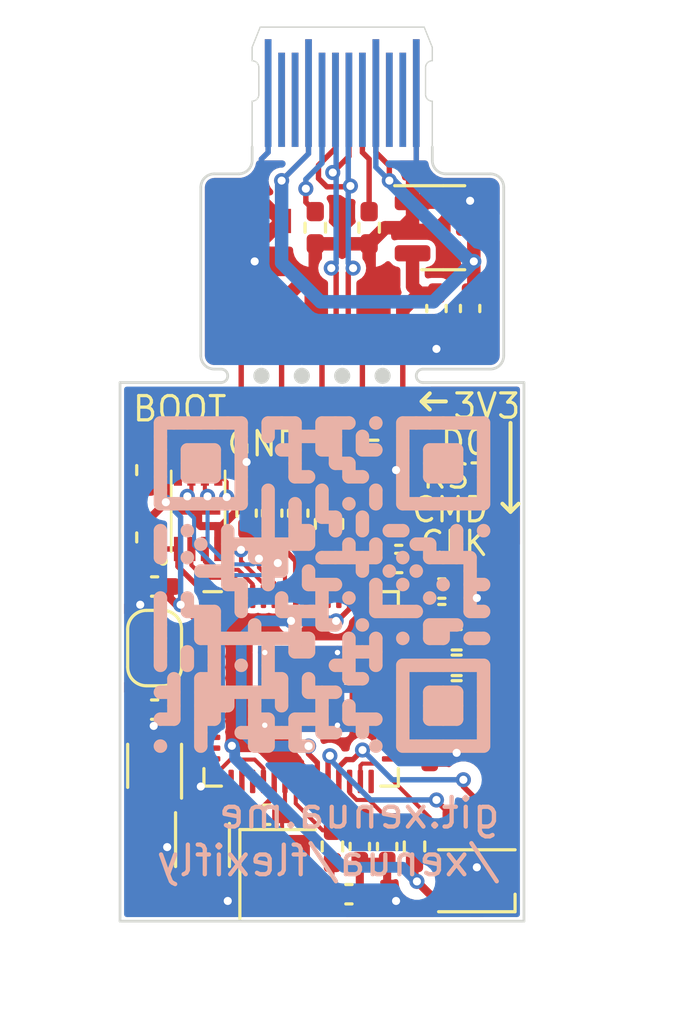
<source format=kicad_pcb>
(kicad_pcb (version 20221018) (generator pcbnew)

  (general
    (thickness 0.115)
  )

  (paper "A4")
  (layers
    (0 "F.Cu" signal)
    (31 "B.Cu" signal)
    (32 "B.Adhes" user "B.Adhesive")
    (33 "F.Adhes" user "F.Adhesive")
    (34 "B.Paste" user)
    (35 "F.Paste" user)
    (36 "B.SilkS" user "B.Silkscreen")
    (37 "F.SilkS" user "F.Silkscreen")
    (38 "B.Mask" user)
    (39 "F.Mask" user)
    (40 "Dwgs.User" user "User.Drawings")
    (41 "Cmts.User" user "User.Comments")
    (42 "Eco1.User" user "User.Eco1")
    (43 "Eco2.User" user "User.Eco2")
    (44 "Edge.Cuts" user)
    (45 "Margin" user)
    (46 "B.CrtYd" user "B.Courtyard")
    (47 "F.CrtYd" user "F.Courtyard")
    (48 "B.Fab" user)
    (49 "F.Fab" user)
    (50 "User.1" user)
    (51 "User.2" user)
    (52 "User.3" user)
    (53 "User.4" user)
    (54 "User.5" user)
    (55 "User.6" user)
    (56 "User.7" user)
    (57 "User.8" user)
    (58 "User.9" user)
  )

  (setup
    (stackup
      (layer "F.SilkS" (type "Top Silk Screen"))
      (layer "F.Paste" (type "Top Solder Paste"))
      (layer "F.Mask" (type "Top Solder Mask") (thickness 0.01))
      (layer "F.Cu" (type "copper") (thickness 0.035))
      (layer "dielectric 1" (type "core") (color "Polyimide") (thickness 0.025) (material "Polyimide") (epsilon_r 3.2) (loss_tangent 0.004))
      (layer "B.Cu" (type "copper") (thickness 0.035))
      (layer "B.Mask" (type "Bottom Solder Mask") (thickness 0.01))
      (layer "B.Paste" (type "Bottom Solder Paste"))
      (layer "B.SilkS" (type "Bottom Silk Screen"))
      (copper_finish "None")
      (dielectric_constraints no)
    )
    (pad_to_mask_clearance 0)
    (pcbplotparams
      (layerselection 0x00010fc_ffffffff)
      (plot_on_all_layers_selection 0x0000000_00000000)
      (disableapertmacros false)
      (usegerberextensions false)
      (usegerberattributes true)
      (usegerberadvancedattributes true)
      (creategerberjobfile true)
      (dashed_line_dash_ratio 12.000000)
      (dashed_line_gap_ratio 3.000000)
      (svgprecision 4)
      (plotframeref false)
      (viasonmask false)
      (mode 1)
      (useauxorigin false)
      (hpglpennumber 1)
      (hpglpenspeed 20)
      (hpglpendiameter 15.000000)
      (dxfpolygonmode true)
      (dxfimperialunits true)
      (dxfusepcbnewfont true)
      (psnegative false)
      (psa4output false)
      (plotreference true)
      (plotvalue true)
      (plotinvisibletext false)
      (sketchpadsonfab false)
      (subtractmaskfromsilk false)
      (outputformat 1)
      (mirror false)
      (drillshape 1)
      (scaleselection 1)
      (outputdirectory "")
    )
  )

  (net 0 "")
  (net 1 "+3V3")
  (net 2 "GND")
  (net 3 "/XIN")
  (net 4 "Net-(C3-Pad2)")
  (net 5 "+1V1")
  (net 6 "Net-(J1-CC1)")
  (net 7 "/STATUS_LED")
  (net 8 "/QSPI_~{CS}")
  (net 9 "/~{USB_BOOT}")
  (net 10 "/XOUT")
  (net 11 "/USB_DP")
  (net 12 "/DP")
  (net 13 "/NX_CLK")
  (net 14 "Net-(U1-GPIO27_ADC1)")
  (net 15 "/NX_CMD")
  (net 16 "Net-(U1-GPIO28_ADC2)")
  (net 17 "/NX_D0")
  (net 18 "Net-(U1-GPIO29_ADC3)")
  (net 19 "unconnected-(J1-SBU1-PadA8)")
  (net 20 "/TRAINING_RESET_A")
  (net 21 "/TRAINING_RESET_B")
  (net 22 "unconnected-(U1-GPIO2-Pad4)")
  (net 23 "unconnected-(U1-GPIO3-Pad5)")
  (net 24 "unconnected-(U1-GPIO4-Pad6)")
  (net 25 "unconnected-(U1-GPIO5-Pad7)")
  (net 26 "unconnected-(U1-GPIO6-Pad8)")
  (net 27 "unconnected-(U1-GPIO7-Pad9)")
  (net 28 "unconnected-(U1-GPIO8-Pad11)")
  (net 29 "unconnected-(U1-GPIO9-Pad12)")
  (net 30 "unconnected-(U1-GPIO10-Pad13)")
  (net 31 "unconnected-(U1-GPIO11-Pad14)")
  (net 32 "unconnected-(U1-GPIO12-Pad15)")
  (net 33 "unconnected-(U1-GPIO13-Pad16)")
  (net 34 "unconnected-(U1-GPIO14-Pad17)")
  (net 35 "/NX_CPU")
  (net 36 "/SWCLK")
  (net 37 "/SWD")
  (net 38 "/RUN")
  (net 39 "unconnected-(U1-GPIO17-Pad28)")
  (net 40 "unconnected-(U1-GPIO18-Pad29)")
  (net 41 "unconnected-(U1-GPIO19-Pad30)")
  (net 42 "unconnected-(U1-GPIO20-Pad31)")
  (net 43 "unconnected-(U1-GPIO21-Pad32)")
  (net 44 "unconnected-(U1-GPIO22-Pad34)")
  (net 45 "unconnected-(U1-GPIO23-Pad35)")
  (net 46 "unconnected-(U1-GPIO24-Pad36)")
  (net 47 "unconnected-(U1-GPIO25-Pad37)")
  (net 48 "/NX_RST")
  (net 49 "/QSPI_SD3")
  (net 50 "/QSPI_CLK")
  (net 51 "/QSPI_SD0")
  (net 52 "/QSPI_SD2")
  (net 53 "/QSPI_SD1")
  (net 54 "Net-(J1-CC2)")
  (net 55 "unconnected-(J1-SBU2-PadB8)")
  (net 56 "VBUS")
  (net 57 "/USB_DN")
  (net 58 "/DN")
  (net 59 "unconnected-(D1-DOUT-Pad1)")
  (net 60 "Net-(Q1-Pad1)")
  (net 61 "Net-(Q2-Pad1)")

  (footprint "Resistor_SMD:R_0402_1005Metric_Pad0.72x0.64mm_HandSolder" (layer "F.Cu") (at 169.388 66.726 90))

  (footprint "flexifly:TP_pad_1mm_dense" (layer "F.Cu") (at 175.5 65.75))

  (footprint "flexifly:TP_pad_1mm_dense" (layer "F.Cu") (at 170.5 48))

  (footprint "Capacitor_SMD:C_0402_1005Metric_Pad0.74x0.62mm_HandSolder" (layer "F.Cu") (at 162.784 57.074))

  (footprint "Resistor_SMD:R_0402_1005Metric_Pad0.72x0.64mm_HandSolder" (layer "F.Cu") (at 162.5 52.75 -90))

  (footprint "Resistor_SMD:R_0402_1005Metric_Pad0.72x0.64mm_HandSolder" (layer "F.Cu") (at 170.75 43.75 90))

  (footprint "flexifly:TP_pad_1mm_dense" (layer "F.Cu") (at 164 68.5 90))

  (footprint "Capacitor_SMD:C_0402_1005Metric_Pad0.74x0.62mm_HandSolder" (layer "F.Cu") (at 173.45 58.1 180))

  (footprint "Capacitor_SMD:C_0402_1005Metric_Pad0.74x0.62mm_HandSolder" (layer "F.Cu") (at 170.404 66.726 90))

  (footprint "Capacitor_SMD:C_0402_1005Metric_Pad0.74x0.62mm_HandSolder" (layer "F.Cu") (at 173.25 46.75 -90))

  (footprint "Capacitor_SMD:C_0402_1005Metric_Pad0.74x0.62mm_HandSolder" (layer "F.Cu") (at 173.45 57.15 180))

  (footprint "flexifly:TP_pad_1mm_dense" (layer "F.Cu") (at 175.75 56.25))

  (footprint "flexifly:TP_pad_1mm_dense" (layer "F.Cu") (at 175.75 60.75))

  (footprint "flexifly:TP_pad_1mm_dense" (layer "F.Cu") (at 167.5 50.5))

  (footprint "Capacitor_SMD:C_0402_1005Metric_Pad0.74x0.62mm_HandSolder" (layer "F.Cu") (at 171.85 56.2))

  (footprint "flexifly:TP_pad_1mm_dense" (layer "F.Cu") (at 173.976 65.75))

  (footprint "flexifly:TP_pad_1mm_dense" (layer "F.Cu") (at 170.5 50.5))

  (footprint "Capacitor_SMD:C_0402_1005Metric_Pad0.74x0.62mm_HandSolder" (layer "F.Cu") (at 171.85 55.184 180))

  (footprint "Package_DFN_QFN:QFN-56-1EP_7x7mm_P0.4mm_EP3.2x3.2mm_ThermalVias" (layer "F.Cu") (at 168.225 60.875))

  (footprint "flexifly:W25QxxxxUXxx" (layer "F.Cu") (at 164.4 54.28 -90))

  (footprint "Capacitor_SMD:C_0402_1005Metric_Pad0.74x0.62mm_HandSolder" (layer "F.Cu") (at 162.784 61.646))

  (footprint "Resistor_SMD:R_0402_1005Metric_Pad0.72x0.64mm_HandSolder" (layer "F.Cu") (at 170.15 54.75 90))

  (footprint "Resistor_SMD:R_0402_1005Metric_Pad0.72x0.64mm_HandSolder" (layer "F.Cu") (at 172.436 66.726 90))

  (footprint "Capacitor_SMD:C_0402_1005Metric_Pad0.74x0.62mm_HandSolder" (layer "F.Cu") (at 166.95 65.55))

  (footprint "Resistor_SMD:R_0402_1005Metric_Pad0.72x0.64mm_HandSolder" (layer "F.Cu") (at 168.75 43.75 -90))

  (footprint "flexifly:MicroFET_2x2" (layer "F.Cu") (at 164.562 66.472 180))

  (footprint "Package_TO_SOT_SMD:SOT-23-3" (layer "F.Cu") (at 173.5 43.75))

  (footprint "flexifly:TP_pad_1mm_dense" (layer "F.Cu") (at 175.75 57.75))

  (footprint "Crystal:Crystal_SMD_2520-4Pin_2.5x2.0mm" (layer "F.Cu") (at 167.35 67.75 -90))

  (footprint "flexifly:SW_SPST_LS38G2-T" (layer "F.Cu") (at 166.5 45 -90))

  (footprint "Capacitor_SMD:C_0402_1005Metric_Pad0.74x0.62mm_HandSolder" (layer "F.Cu") (at 171.42 66.726 90))

  (footprint "flexifly:TP_pad_1mm_dense" (layer "F.Cu") (at 169 48))

  (footprint "Jumper:SolderJumper-2_P1.3mm_Open_RoundedPad1.0x1.5mm" (layer "F.Cu") (at 162.784 59.36 90))

  (footprint "Capacitor_SMD:C_0402_1005Metric_Pad0.74x0.62mm_HandSolder" (layer "F.Cu") (at 168.118 54.35 -90))

  (footprint "Capacitor_SMD:C_0402_1005Metric_Pad0.74x0.62mm_HandSolder" (layer "F.Cu") (at 167.15 54.35 -90))

  (footprint "Resistor_SMD:R_0402_1005Metric_Pad0.72x0.64mm_HandSolder" (layer "F.Cu") (at 162.5 55.25 -90))

  (footprint "Capacitor_SMD:C_0402_1005Metric_Pad0.74x0.62mm_HandSolder" (layer "F.Cu") (at 170 68.5 180))

  (footprint "LED_SMD:LED_WS2812B-2020_PLCC4_2.0x2.0mm" (layer "F.Cu") (at 174.75 68 180))

  (footprint "flexifly:TP_pad_1mm_dense" (layer "F.Cu") (at 166 48))

  (footprint "Resistor_SMD:R_0402_1005Metric_Pad0.72x0.64mm_HandSolder" (layer "F.Cu") (at 174 60.95 180))

  (footprint "flexifly:MicroFET_2x2" (layer "F.Cu") (at 162.784 63.932))

  (footprint "Resistor_SMD:R_0402_1005Metric_Pad0.72x0.64mm_HandSolder" (layer "F.Cu") (at 174 59.05 180))

  (footprint "flexifly:TP_pad_1mm_dense" (layer "F.Cu") (at 169 50.5))

  (footprint "Capacitor_SMD:C_0402_1005Metric_Pad0.74x0.62mm_HandSolder" (layer "F.Cu") (at 166.2 54.35 -90))

  (footprint "flexifly:TP_pad_1mm_dense" (layer "F.Cu") (at 166 50.5))

  (footprint "flexifly:TP_pad_1mm_dense" (layer "F.Cu") (at 175.75 59.25))

  (footprint "Capacitor_SMD:C_0402_1005Metric_Pad0.74x0.62mm_HandSolder" (layer "F.Cu") (at 174.5 46.75 90))

  (footprint "flexifly:TP_pad_1mm_dense" (layer "F.Cu") (at 175.75 63.75))

  (footprint "Resistor_SMD:R_0402_1005Metric_Pad0.72x0.64mm_HandSolder" (layer "F.Cu") (at 169.134 54.75 -90))

  (footprint "xenua:USB_C_PCB" (layer "F.Cu") (at 169.75 36.3))

  (footprint "flexifly:TP_pad_1mm_dense" (layer "F.Cu") (at 162.5 68.5 90))

  (footprint "Capacitor_SMD:C_0402_1005Metric_Pad0.74x0.62mm_HandSolder" (layer "F.Cu") (at 173 63 90))

  (footprint "Capacitor_SMD:C_0402_1005Metric_Pad0.74x0.62mm_HandSolder" (layer "F.Cu") (at 164.15 51.5))

  (footprint "flexifly:TP_pad_1mm_dense" (layer "F.Cu") (at 172 48))

  (footprint "flexifly:TP_pad_1mm_dense" (layer "F.Cu") (at 175.75 62.25))

  (footprint "Resistor_SMD:R_0402_1005Metric_Pad0.72x0.64mm_HandSolder" (layer "F.Cu") (at 174 60 180))

  (footprint "flexifly:TP_pad_1mm_dense" (layer "F.Cu") (at 167.5 48))

  (footprint "flexifly:TP_pad_1mm_dense" (layer "F.Cu") (at 172 50.5))

  (gr_line (start 163 56) (end 163 56)
    (stroke (width 0.5) (type default)) (layer "B.SilkS") (tstamp 0093f1b8-44f4-4717-a9c2-63a680cb29ba))
  (gr_line (start 165.5 57) (end 166 57)
    (stroke (width 0.5) (type default)) (layer "B.SilkS") (tstamp 00c67d2a-9bd5-4944-b6d1-418ac2087e02))
  (gr_line (start 165.5 56) (end 165.5 56)
    (stroke (width 0.5) (type default)) (layer "B.SilkS") (tstamp 00d89d17-6a26-4ea9-9606-a01a1e5f3428))
  (gr_line (start 164 55) (end 164 55)
    (stroke (width 0.5) (type default)) (layer "B.SilkS") (tstamp 02e2a419-4828-469e-881c-d2f24eac4dfa))
  (gr_line (start 175 51.5) (end 175 51.5)
    (stroke (width 0.5) (type default)) (layer "B.SilkS") (tstamp 0418808c-9644-48cb-90d1-5626caba02b7))
  (gr_line (start 166 60) (end 166 60)
    (stroke (width 0.5) (type default)) (layer "B.SilkS") (tstamp 04e57ca9-8462-4019-bebb-8e917389a03f))
  (gr_line (start 163 53) (end 163 53)
    (stroke (width 0.5) (type default)) (layer "B.SilkS") (tstamp 05ccf78c-dfa6-4438-be26-3565141f61cf))
  (gr_line (start 166 54) (end 166 51)
    (stroke (width 0.5) (type default)) (layer "B.SilkS") (tstamp 076e6808-e1ca-4484-b35d-f8ec96a42dda))
  (gr_line (start 165.5 55.5) (end 168.5 55.5)
    (stroke (width 0.5) (type default)) (layer "B.SilkS") (tstamp 08218c21-5ef4-496a-900b-3dc752cf19ed))
  (gr_line (start 166 58) (end 166 58)
    (stroke (width 0.5) (type default)) (layer "B.SilkS") (tstamp 08248026-c8a1-434d-af94-4767cb8d5a89))
  (gr_line (start 168 63) (end 168.5 63)
    (stroke (width 0.5) (type default)) (layer "B.SilkS") (tstamp 08cb7481-af95-4b5d-afab-5d345172e02d))
  (gr_line (start 175 55) (end 175 55)
    (stroke (width 0.5) (type default)) (layer "B.SilkS") (tstamp 08d7a47e-4624-4de7-a4c4-7e3d42482a5b))
  (gr_line (start 172 60) (end 175 60)
    (stroke (width 0.5) (type default)) (layer "B.SilkS") (tstamp 099c09c9-d280-42c9-b762-370fc63516d2))
  (gr_line (start 167 51.5) (end 167 51)
    (stroke (width 0.5) (type default)) (layer "B.SilkS") (tstamp 09a32f41-7abb-493b-bd12-ff16018130ad))
  (gr_line (start 170 56) (end 170 55.5)
    (stroke (width 0.5) (type default)) (layer "B.SilkS") (tstamp 09c7fb7e-62ed-4e84-ad41-3797e669f7b4))
  (gr_line (start 163 63) (end 163 63)
    (stroke (width 0.5) (type default)) (layer "B.SilkS") (tstamp 09ec873b-5fe0-4b4a-8ef7-30214e4af26c))
  (gr_line (start 163 51.5) (end 163 51.5)
    (stroke (width 0.5) (type default)) (layer "B.SilkS") (tstamp 0a8736c9-b241-4aef-8dbc-c6c6036216ad))
  (gr_line (start 173.5 63) (end 173.5 63)
    (stroke (width 0.5) (type default)) (layer "B.SilkS") (tstamp 0d422995-8813-44cf-9f8c-aa4ea4b6aab7))
  (gr_line (start 167.5 52) (end 167.5 52)
    (stroke (width 0.5) (type default)) (layer "B.SilkS") (tstamp 0ed51164-4ef4-4325-9386-57b53e98f5ab))
  (gr_line (start 170 55.5) (end 170 55.5)
    (stroke (width 0.5) (type default)) (layer "B.SilkS") (tstamp 0f036077-7882-4abb-a4f0-43b51edd18f3))
  (gr_line (start 168.5 57) (end 168.5 56.5)
    (stroke (width 0.5) (type default)) (layer "B.SilkS") (tstamp 12139edb-6402-4edc-af84-6d12ea328c63))
  (gr_line (start 175 52.5) (end 175 52.5)
    (stroke (width 0.5) (type default)) (layer "B.SilkS") (tstamp 128e343c-a24a-4f3a-a5fd-7cdeaf30ac14))
  (gr_line (start 174.5 57) (end 175 57)
    (stroke (width 0.5) (type default)) (layer "B.SilkS") (tstamp 14c83ad8-da38-47ff-a3f4-5b9b4c6a32c3))
  (gr_line (start 163 54) (end 163 51)
    (stroke (width 0.5) (type default)) (layer "B.SilkS") (tstamp 14e15002-16c6-4872-8060-1f1b24fadcac))
  (gr_line (start 169.5 61) (end 169.5 61)
    (stroke (width 0.5) (type default)) (layer "B.SilkS") (tstamp 15b11c9b-2364-42d7-9652-8d73f61099cb))
  (gr_line (start 164.5 62) (end 165 62)
    (stroke (width 0.5) (type default)) (layer "B.SilkS") (tstamp 18b28107-2927-447f-b3eb-aefabb766dd8))
  (gr_line (start 170.5 59.5) (end 170.5 59.5)
    (stroke (width 0.5) (type default)) (layer "B.SilkS") (tstamp 18be4da4-1ce2-4ed3-a505-179009597c3c))
  (gr_line (start 169 52) (end 169.5 52)
    (stroke (width 0.5) (type default)) (layer "B.SilkS") (tstamp 1a112da5-c2af-4d2c-bf25-477203f08cfc))
  (gr_line (start 164.5 54) (end 164.5 54)
    (stroke (width 0.5) (type default)) (layer "B.SilkS") (tstamp 1a751356-89b2-4ea6-959d-987c111dc4a5))
  (gr_line (start 166.5 63) (end 166.5 61)
    (stroke (width 0.5) (type default)) (layer "B.SilkS") (tstamp 1acbfc59-095a-4e7c-bdb2-59702b5b22b2))
  (gr_line (start 164.5 59) (end 168.5 59)
    (stroke (width 0.5) (type default)) (layer "B.SilkS") (tstamp 1ace60db-3b4c-4ca2-b0b1-d3ea796bc0e8))
  (gr_line (start 167 63) (end 167 62)
    (stroke (width 0.5) (type default)) (layer "B.SilkS") (tstamp 1b4aeafa-a1e2-4bcc-bae0-9a5ca2fd9ad1))
  (gr_line (start 165.5 55) (end 165.5 55)
    (stroke (width 0.5) (type default)) (layer "B.SilkS") (tstamp 1d5ec942-d43c-4b12-a44a-40962b5da0f9))
  (gr_line (start 171.5 56.5) (end 171.5 56.5)
    (stroke (width 0.5) (type default)) (layer "B.SilkS") (tstamp 1d64c219-c7c8-44d8-b9c0-aa09a136e855))
  (gr_line (start 170.5 58.5) (end 170.5 58.5)
    (stroke (width 0.5) (type default)) (layer "B.SilkS") (tstamp 1e2d4a82-54d9-425e-9da8-219a27965910))
  (gr_line (start 171 51) (end 171 51)
    (stroke (width 0.5) (type default)) (layer "B.SilkS") (tstamp 1e6ab917-e4ae-4b38-a716-96475621d56e))
  (gr_line (start 163 52) (end 163 52)
    (stroke (width 0.5) (type default)) (layer "B.SilkS") (tstamp 1f8b2999-5110-43cf-aaee-0068c6c830fd))
  (gr_line (start 173 52) (end 174 52)
    (stroke (width 0.5) (type default)) (layer "B.SilkS") (tstamp 204b2349-4482-43d2-a7bd-680a8758fc54))
  (gr_line (start 170 54) (end 170 54)
    (stroke (width 0.5) (type default)) (layer "B.SilkS") (tstamp 21c09edd-010f-4710-a475-48c4c1184cbe))
  (gr_line (start 170.5 53) (end 170.5 53)
    (stroke (width 0.5) (type default)) (layer "B.SilkS") (tstamp 21ccaf13-395e-464d-b17e-6cb30237e5b8))
  (gr_line (start 167 61) (end 167 59)
    (stroke (width 0.5) (type default)) (layer "B.SilkS") (tstamp 222946bb-8609-45d2-a959-7a258ec43132))
  (gr_line (start 174 60) (end 174 60)
    (stroke (width 0.5) (type default)) (layer "B.SilkS") (tstamp 22a424e7-d81d-453c-a8ba-8168873451e0))
  (gr_line (start 166.5 56) (end 167.5 56)
    (stroke (width 0.5) (type default)) (layer "B.SilkS") (tstamp 246183d9-7b6c-4e69-97a1-66eb3277ea4d))
  (gr_line (start 169.5 62.5) (end 169.5 62.5)
    (stroke (width 0.5) (type default)) (layer "B.SilkS") (tstamp 24b6b565-f607-4d13-b181-081365286c8f))
  (gr_line (start 171 62) (end 171 62)
    (stroke (width 0.5) (type default)) (layer "B.SilkS") (tstamp 25e8d4c9-38e8-4523-b30d-d71ea5cc5e3d))
  (gr_line (start 175 61.5) (end 175 61.5)
    (stroke (width 0.5) (type default)) (layer "B.SilkS") (tstamp 260fdc64-182b-4345-9902-d4d2feb52d6c))
  (gr_line (start 171 55.5) (end 171 55.5)
    (stroke (width 0.5) (type default)) (layer "B.SilkS") (tstamp 26201fd2-42d3-451c-8c7d-9c34450c7b51))
  (gr_line (start 170.5 51.5) (end 170.5 51.5)
    (stroke (width 0.5) (type default)) (layer "B.SilkS") (tstamp 2745bb9d-c033-4425-bad2-8be70f68e9eb))
  (gr_line (start 164 52) (end 165 52)
    (stroke (width 0.5) (type default)) (layer "B.SilkS") (tstamp 284576a4-91cf-4d66-ba6c-1609e49efb0e))
  (gr_line (start 167 55) (end 167 55)
    (stroke (width 0.5) (type default)) (layer "B.SilkS") (tstamp 299934cf-2226-4528-88d9-15439db0ebb1))
  (gr_line (start 173 56) (end 174.5 56)
    (stroke (width 0.5) (type default)) (layer "B.SilkS") (tstamp 2a768ef7-6c42-4e5c-ab51-7b99e6f4a1df))
  (gr_line (start 171 63) (end 171 63)
    (stroke (width 0.5) (type default)) (layer "B.SilkS") (tstamp 2a9dc936-ab06-49d7-ae74-a15027922052))
  (gr_line (start 170.5 62.5) (end 170.5 62)
    (stroke (width 0.5) (type default)) (layer "B.SilkS") (tstamp 2ab4723d-22ab-4ca9-8f79-487c771129ac))
  (gr_line (start 168 53) (end 168 51)
    (stroke (width 0.5) (type default)) (layer "B.SilkS") (tstamp 2bd0615a-352c-4bb2-ab2e-dc4b0c3744cd))
  (gr_line (start 163 53.5) (end 163 53.5)
    (stroke (width 0.5) (type default)) (layer "B.SilkS") (tstamp 2c7055eb-60e5-468c-b9f2-bf3bb1f8dd6a))
  (gr_line (start 166 53.5) (end 166 53.5)
    (stroke (width 0.5) (type default)) (layer "B.SilkS") (tstamp 2ce97b05-6d62-4b77-a1c1-b24a76166a19))
  (gr_line (start 165.5 54) (end 165.5 54)
    (stroke (width 0.5) (type default)) (layer "B.SilkS") (tstamp 2cfea09f-fbee-4fca-af93-423b3ca308dc))
  (gr_line (start 164.5 51) (end 164.5 51)
    (stroke (width 0.5) (type default)) (layer "B.SilkS") (tstamp 2d4bafe2-4b72-4b7d-8d07-399c91b9da66))
  (gr_line (start 172 63) (end 172 60)
    (stroke (width 0.5) (type default)) (layer "B.SilkS") (tstamp 2e76b14e-af73-40b3-89d2-37896207185e))
  (gr_line (start 175 58) (end 175 58)
    (stroke (width 0.5) (type default)) (layer "B.SilkS") (tstamp 2f40875d-0652-444c-bff4-6235c8c76e2f))
  (gr_line (start 163 59) (end 163 59)
    (stroke (width 0.5) (type default)) (layer "B.SilkS") (tstamp 2f44b425-334e-4dcd-92cc-29895c7fc1ba))
  (gr_line (start 164.5 55.5) (end 164.5 55.5)
    (stroke (width 0.5) (type default)) (layer "B.SilkS") (tstamp 30a8a1e9-3228-4d2c-a27f-e85e1cef852a))
  (gr_line (start 168.5 63) (end 168.5 63)
    (stroke (width 0.5) (type default)) (layer "B.SilkS") (tstamp 30aa7fe5-1650-440c-b7f3-bf1d63a9db03))
  (gr_line (start 172 54) (end 175 54)
    (stroke (width 0.5) (type default)) (layer "B.SilkS") (tstamp 30b4f95a-db35-4241-9014-73134e8e7ac0))
  (gr_line (start 169.5 55) (end 169.5 54.5)
    (stroke (width 0.5) (type default)) (layer "B.SilkS") (tstamp 3237b7cd-011d-4b66-b914-cd84edd06369))
  (gr_line (start 166 52) (end 166 52)
    (stroke (width 0.5) (type default)) (layer "B.SilkS") (tstamp 3250a9b7-b0bb-48dd-9bde-10491ff1f3ad))
  (gr_line (start 164.5 62.5) (end 164.5 62.5)
    (stroke (width 0.5) (type default)) (layer "B.SilkS") (tstamp 32b4d98a-2ca1-43de-a51e-08cbc54f93f0))
  (gr_line (start 166 60) (end 166 60)
    (stroke (width 0.5) (type default)) (layer "B.SilkS") (tstamp 32f62344-989c-451b-9624-ccdd73182554))
  (gr_line (start 165 60) (end 165 60)
    (stroke (width 0.5) (type default)) (layer "B.SilkS") (tstamp 362e1fd8-c1e9-441b-bc65-aa5efeb67887))
  (gr_line (start 175 62) (end 175 62)
    (stroke (width 0.5) (type default)) (layer "B.SilkS") (tstamp 376f54f1-595a-4b68-8ff0-07ca86fc0b03))
  (gr_line (start 170 60.5) (end 170 59)
    (stroke (width 0.5) (type default)) (layer "B.SilkS") (tstamp 379b5bd2-1b02-45d4-953b-67529f593b1f))
  (gr_line (start 173 59) (end 173.5 59)
    (stroke (width 0.5) (type default)) (layer "B.SilkS") (tstamp 37ca361c-26f9-4b6f-bc14-2fc851752f3e))
  (gr_line (start 164 54) (end 164 54)
    (stroke (width 0.5) (type default)) (layer "B.SilkS") (tstamp 3872e6b5-f3e7-411a-8e0d-c0f3bd951106))
  (gr_line (start 174 56) (end 174 55)
    (stroke (width 0.5) (type default)) (layer "B.SilkS") (tstamp 393dce6f-09b3-4cca-864c-98b39ccddcd9))
  (gr_line (start 171 58) (end 171 57)
    (stroke (width 0.5) (type default)) (layer "B.SilkS") (tstamp 3b3eaac8-8a6c-4eea-85ff-eb5753b26691))
  (gr_line (start 169 54.5) (end 169 53.5)
    (stroke (width 0.5) (type default)) (layer "B.SilkS") (tstamp 3e890f86-b73d-45b1-95c8-ecf2cf5216ba))
  (gr_line (start 175 57) (end 175 57)
    (stroke (width 0.5) (type default)) (layer "B.SilkS") (tstamp 3ec14f64-8873-4be5-8338-1f2ee043ece6))
  (gr_line (start 169 56) (end 169 56)
    (stroke (width 0.5) (type default)) (layer "B.SilkS") (tstamp 3ecb5335-73c6-44a6-af01-c0b682f269d2))
  (gr_line (start 169 62.5) (end 169.5 62.5)
    (stroke (width 0.5) (type default)) (layer "B.SilkS") (tstamp 3f36c4f4-dbfc-43df-9379-c2eee13e3d62))
  (gr_line (start 173.5 56) (end 173.5 56)
    (stroke (width 0.5) (type default)) (layer "B.SilkS") (tstamp 40133ef4-19f2-4175-9017-dbd90478ec5f))
  (gr_line (start 167.5 51) (end 167.5 51)
    (stroke (width 0.5) (type default)) (layer "B.SilkS") (tstamp 405eb87d-8d2a-434a-a44e-c265f70de985))
  (gr_line (start 163 55.5) (end 163 55.5)
    (stroke (width 0.5) (type default)) (layer "B.SilkS") (tstamp 40623b01-4636-4993-b2c0-57f338587f5a))
  (gr_line (start 169.5 60) (end 169.5 60)
    (stroke (width 0.5) (type default)) (layer "B.SilkS") (tstamp 40f88966-cdcf-4fbb-a0c9-fb1411732cca))
  (gr_line (start 164 56) (end 164 56)
    (stroke (width 0.5) (type default)) (layer "B.SilkS") (tstamp 435c00a4-37ec-440b-a258-2ad936c4a5bc))
  (gr_line (start 172 53.5) (end 172 53.5)
    (stroke (width 0.5) (type default)) (layer "B.SilkS") (tstamp 43888468-7a44-4a5a-b946-c0fd63bd239c))
  (gr_line (start 173 53) (end 174 53)
    (stroke (width 0.5) (type default)) (layer "B.SilkS") (tstamp 4448f577-427f-4d07-a5f8-7e7bc0f2e4d8))
  (gr_line (start 167 53.5) (end 167 53.5)
    (stroke (width 0.5) (type default)) (layer "B.SilkS") (tstamp 448b00b7-4990-4160-96cf-32f793a814d7))
  (gr_line (start 173 51) (end 173 51)
    (stroke (width 0.5) (type default)) (layer "B.SilkS") (tstamp 457d219e-ae8f-4f7b-84e2-1fca7df7fadd))
  (gr_line (start 163 56) (end 163 55)
    (stroke (width 0.5) (type default)) (layer "B.SilkS") (tstamp 46a7735e-1c3d-4621-ac41-8eb49a29cd17))
  (gr_line (start 167 59.5) (end 167 59.5)
    (stroke (width 0.5) (type default)) (layer "B.SilkS") (tstamp 4700a43a-df64-4912-9078-0b6a9c441001))
  (gr_line (start 163 60) (end 163 60)
    (stroke (width 0.5) (type default)) (layer "B.SilkS") (tstamp 4834ba35-8dba-4e40-9686-b427b6a27d43))
  (gr_line (start 165 56.5) (end 165 56.5)
    (stroke (width 0.5) (type default)) (layer "B.SilkS") (tstamp 485180a9-adca-4657-ae78-7c9992f96efc))
  (gr_line (start 169.5 57) (end 169.5 57)
    (stroke (width 0.5) (type default)) (layer "B.SilkS") (tstamp 486e0fa0-a69b-410c-bfaf-7bb91808e904))
  (gr_line (start 167.5 58) (end 169 58)
    (stroke (width 0.5) (type default)) (layer "B.SilkS") (tstamp 48f9541d-a4b5-4df5-a2c6-42980f6ad6d7))
  (gr_line (start 168 54.5) (end 168 54.5)
    (stroke (width 0.5) (type default)) (layer "B.SilkS") (tstamp 4a370686-12f9-4ac7-88da-2d6b3d5efb1f))
  (gr_line (start 171 59) (end 171 59)
    (stroke (width 0.5) (type default)) (layer "B.SilkS") (tstamp 4ab4c30d-d1cb-4033-93d7-b978983c785a))
  (gr_line (start 169.5 58.5) (end 169.5 58.5)
    (stroke (width 0.5) (type default)) (layer "B.SilkS") (tstamp 4b08b977-133e-467e-a685-4a17d25c5ef9))
  (gr_line (start 168.5 56.5) (end 168.5 56.5)
    (stroke (width 0.5) (type default)) (layer "B.SilkS") (tstamp 4bf53ddc-a7b5-437e-b424-0ec88bee2a57))
  (gr_line (start 164 60) (end 164 59.5)
    (stroke (width 0.5) (type default)) (layer "B.SilkS") (tstamp 4bfe4a42-162d-4dad-b7a5-60ba6c9584ae))
  (gr_line (start 172 62.5) (end 172 62.5)
    (stroke (width 0.5) (type default)) (layer "B.SilkS") (tstamp 4d31e197-230c-41cd-a75a-bfce3045b134))
  (gr_line (start 171.5 55) (end 172 55)
    (stroke (width 0.5) (type default)) (layer "B.SilkS") (tstamp 4d9a26ab-b353-4513-ae96-628603645b73))
  (gr_line (start 174 51) (end 174 51)
    (stroke (width 0.5) (type default)) (layer "B.SilkS") (tstamp 4e0e4c70-5987-4914-bd48-c50b2dd3d9ea))
  (gr_line (start 169 53.5) (end 169 53.5)
    (stroke (width 0.5) (type default)) (layer "B.SilkS") (tstamp 4e92277c-cdf8-4d8c-bfcc-d2703d76792e))
  (gr_line (start 168.5 61) (end 169.5 61)
    (stroke (width 0.5) (type default)) (layer "B.SilkS") (tstamp 4f6b1533-1b25-4ba1-9380-d67aa61e671e))
  (gr_line (start 167 54) (end 167 54)
    (stroke (width 0.5) (type default)) (layer "B.SilkS") (tstamp 508e9ba9-0225-40fc-aebc-fcc7082d13be))
  (gr_line (start 164 53) (end 165 53)
    (stroke (width 0.5) (type default)) (layer "B.SilkS") (tstamp 51906da1-15d5-47a0-a535-212b2a28da07))
  (gr_line (start 175 59) (end 175 59)
    (stroke (width 0.5) (type default)) (layer "B.SilkS") (tstamp 51f7767c-e7e2-4c50-b91d-78381e07e000))
  (gr_line (start 170 53) (end 170 52.5)
    (stroke (width 0.5) (type default)) (layer "B.SilkS") (tstamp 52b9aed2-0be3-4009-b3f6-f1988d4b387f))
  (gr_line (start 173 53) (end 173 52)
    (stroke (width 0.5) (type default)) (layer "B.SilkS") (tstamp 52e12511-60cb-4f8e-a53f-2204701e06a8))
  (gr_line (start 167.5 52) (end 168 52)
    (stroke (width 0.5) (type default)) (layer "B.SilkS") (tstamp 53a4e2a3-03f0-4e92-a5d0-cc55b5c43e15))
  (gr_line (start 164.5 63) (end 164.5 60.5)
    (stroke (width 0.5) (typ
... [217561 chars truncated]
</source>
